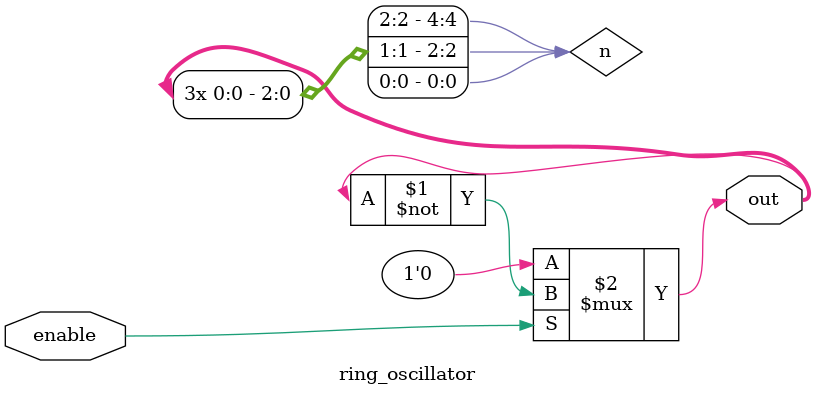
<source format=v>
module ring_oscillator #(
    parameter integer STAGES = 5  // must be odd and >= 3
)(
    input  wire enable,
    output wire out
);
    // Internal nodes of the inverter chain
    // KEEP / DONT_TOUCH so synthesis doesn't remove or collapse the loop
    (* KEEP = "TRUE", DONT_TOUCH = "TRUE" *)
    wire [STAGES-1:0] n;

    // First stage: feedback from the last stage, gated by enable
    assign n[0] = enable ? ~n[STAGES-1] : 1'b0;

    // Remaining inverters in the chain
    genvar i;
    generate
        for (i = 1; i < STAGES; i = i + 1) begin : gen_inverters
            assign n[i] = ~n[i-1];
        end
    endgenerate

    // Output of the ring
    assign out = n[STAGES-1];

endmodule
</source>
